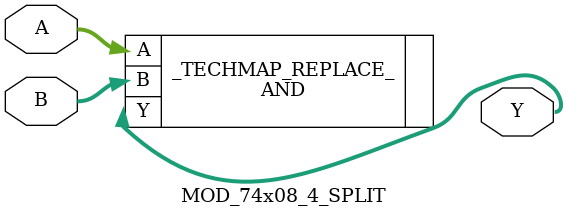
<source format=v>
module MOD_74x08_4 (A, B, Y);

parameter A_SIGNED = 0;
parameter B_SIGNED = 0;
parameter A_WIDTH = 0;
parameter B_WIDTH = 0;
parameter Y_WIDTH = 0;

input [3:0] A;
input [3:0] B;
output [3:0] Y;

AND _TECHMAP_REPLACE_(.A(A), .B(B), .Y(Y));

endmodule

module MOD_74x08_4_SPLIT (A, B, Y);

parameter A_SIGNED = 0;
parameter B_SIGNED = 0;
parameter A_WIDTH = 0;
parameter B_WIDTH = 0;
parameter Y_WIDTH = 0;

input [3:0] A;
input [3:0] B;
output [3:0] Y;


AND _TECHMAP_REPLACE_(.A(A), .B(B), .Y(Y));

endmodule
</source>
